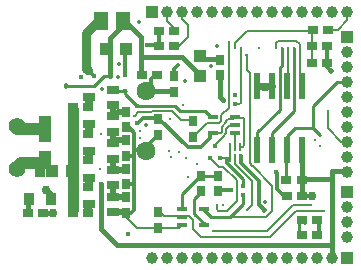
<source format=gtl>
%FSAX25Y25*%
%MOIN*%
G70*
G01*
G75*
G04 Layer_Physical_Order=1*
G04 Layer_Color=255*
%ADD10R,0.02362X0.08661*%
%ADD11R,0.03543X0.02756*%
%ADD12R,0.02756X0.03543*%
%ADD13R,0.03622X0.01575*%
%ADD14R,0.01575X0.01575*%
%ADD15R,0.05118X0.05906*%
%ADD16R,0.01575X0.01575*%
%ADD17R,0.03937X0.02756*%
%ADD18R,0.04331X0.03937*%
%ADD19R,0.03347X0.03937*%
%ADD20R,0.03347X0.03937*%
%ADD21R,0.00866X0.02756*%
%ADD22R,0.03937X0.04331*%
%ADD23R,0.03937X0.09055*%
%ADD24C,0.01000*%
%ADD25C,0.00800*%
%ADD26C,0.01200*%
%ADD27C,0.01500*%
%ADD28C,0.02400*%
%ADD29C,0.04000*%
%ADD30C,0.02000*%
%ADD31C,0.02500*%
%ADD32C,0.03543*%
%ADD33C,0.03000*%
%ADD34C,0.01400*%
%ADD35C,0.03000*%
%ADD36C,0.05500*%
%ADD37C,0.06299*%
%ADD38C,0.03937*%
%ADD39R,0.03937X0.03937*%
%ADD40R,0.03937X0.03937*%
%ADD41C,0.01500*%
%ADD42C,0.01300*%
%ADD43C,0.02000*%
%ADD44C,0.02400*%
%ADD45C,0.01400*%
%ADD46C,0.01800*%
D10*
X0329950Y0364586D02*
D03*
X0324950D02*
D03*
X0319950D02*
D03*
X0314950D02*
D03*
X0329950Y0385764D02*
D03*
X0324950D02*
D03*
X0319950D02*
D03*
X0314950D02*
D03*
D11*
X0329859Y0349200D02*
D03*
X0324741D02*
D03*
X0338559Y0404500D02*
D03*
X0333441D02*
D03*
X0282041Y0404200D02*
D03*
Y0399000D02*
D03*
X0253441Y0343600D02*
D03*
X0258559D02*
D03*
X0253441Y0352200D02*
D03*
X0258559D02*
D03*
X0253441Y0361100D02*
D03*
X0258559D02*
D03*
X0253441Y0369800D02*
D03*
X0258559D02*
D03*
X0253441Y0378700D02*
D03*
X0258559D02*
D03*
X0276441Y0389500D02*
D03*
X0281559D02*
D03*
X0287159Y0399000D02*
D03*
Y0404200D02*
D03*
X0333141Y0399300D02*
D03*
X0338259D02*
D03*
X0333141Y0393600D02*
D03*
X0338259D02*
D03*
X0238441Y0343600D02*
D03*
X0243559D02*
D03*
X0329759Y0354600D02*
D03*
X0324641D02*
D03*
X0334859Y0336000D02*
D03*
X0329741D02*
D03*
Y0341100D02*
D03*
X0334859D02*
D03*
D12*
X0296200Y0350741D02*
D03*
X0287200Y0383941D02*
D03*
Y0389059D02*
D03*
X0302400Y0394559D02*
D03*
Y0389441D02*
D03*
X0271100Y0358259D02*
D03*
Y0353141D02*
D03*
Y0348759D02*
D03*
Y0343641D02*
D03*
Y0367759D02*
D03*
Y0362641D02*
D03*
Y0377259D02*
D03*
Y0372141D02*
D03*
X0282000Y0374759D02*
D03*
Y0369641D02*
D03*
X0301800Y0355859D02*
D03*
X0296200Y0355859D02*
D03*
X0301800Y0350741D02*
D03*
X0293500Y0374059D02*
D03*
Y0368941D02*
D03*
X0282000Y0343659D02*
D03*
Y0338541D02*
D03*
D13*
X0307540Y0375359D02*
D03*
X0300060Y0370241D02*
D03*
Y0375359D02*
D03*
X0307540Y0372800D02*
D03*
Y0370241D02*
D03*
X0297240Y0339641D02*
D03*
X0289760D02*
D03*
Y0342200D02*
D03*
Y0344759D02*
D03*
X0297240D02*
D03*
D14*
X0302375Y0361831D02*
D03*
X0300800Y0365769D02*
D03*
X0271000Y0389512D02*
D03*
Y0384000D02*
D03*
X0275000Y0373600D02*
D03*
Y0379112D02*
D03*
X0299225Y0361831D02*
D03*
D15*
X0262760Y0407500D02*
D03*
X0270240D02*
D03*
D16*
X0266000Y0389000D02*
D03*
X0260488D02*
D03*
X0307469Y0382875D02*
D03*
X0303532Y0381300D02*
D03*
X0307469Y0379725D02*
D03*
X0306132Y0351000D02*
D03*
X0310068Y0352575D02*
D03*
Y0349425D02*
D03*
D17*
X0266835Y0343841D02*
D03*
Y0348959D02*
D03*
X0258765Y0346400D02*
D03*
X0266835Y0352741D02*
D03*
Y0357859D02*
D03*
X0258765Y0355300D02*
D03*
X0266835Y0361641D02*
D03*
Y0366759D02*
D03*
X0258765Y0364200D02*
D03*
X0266835Y0370541D02*
D03*
Y0375659D02*
D03*
X0258765Y0373100D02*
D03*
X0266835Y0379441D02*
D03*
Y0384559D02*
D03*
X0258765Y0382000D02*
D03*
D18*
X0253046Y0357500D02*
D03*
X0246354D02*
D03*
X0271146Y0398100D02*
D03*
X0264454D02*
D03*
D19*
X0238860Y0348076D02*
D03*
X0242600Y0357524D02*
D03*
D20*
X0246340Y0348076D02*
D03*
D21*
X0309075Y0361821D02*
D03*
X0307500D02*
D03*
X0305925D02*
D03*
Y0365580D02*
D03*
X0307500D02*
D03*
X0309075D02*
D03*
D22*
X0295700Y0395746D02*
D03*
Y0389054D02*
D03*
X0244300Y0362291D02*
D03*
D23*
Y0371346D02*
D03*
D24*
X0341400Y0387100D02*
X0344900D01*
X0333500Y0379200D02*
X0341400Y0387100D01*
X0333500Y0372100D02*
Y0379200D01*
X0333350Y0371950D02*
X0333500Y0372100D01*
X0327650Y0371950D02*
X0333350D01*
X0333450D02*
X0335800Y0369600D01*
X0327650Y0371950D02*
X0333450D01*
X0324950Y0369250D02*
X0327650Y0371950D01*
X0324950Y0364586D02*
Y0369250D01*
X0323300Y0392700D02*
Y0398600D01*
X0322400Y0391800D02*
X0323300Y0392700D01*
X0322400Y0377800D02*
Y0391800D01*
X0327331Y0377431D02*
Y0398569D01*
X0297600Y0377500D02*
X0299600Y0375500D01*
X0271000Y0383300D02*
Y0383900D01*
X0314950Y0370350D02*
X0322400Y0377800D01*
X0314950Y0364586D02*
Y0370350D01*
X0319950Y0370050D02*
X0327331Y0377431D01*
X0319950Y0364586D02*
Y0370050D01*
X0259100Y0390500D02*
X0260488Y0389112D01*
Y0389000D02*
Y0389112D01*
X0266835Y0384559D02*
X0267394Y0384000D01*
X0266835Y0384559D02*
X0267641D01*
X0267394Y0384000D02*
X0271300D01*
X0324641Y0354600D02*
Y0364277D01*
X0310068Y0352575D02*
Y0354832D01*
X0304700Y0360200D02*
X0310068Y0354832D01*
X0271000Y0383300D02*
X0275000Y0379300D01*
X0289800Y0345500D02*
Y0349900D01*
X0295859Y0355959D01*
X0301200D01*
X0293900Y0348200D02*
X0296200Y0350500D01*
X0293900Y0343200D02*
Y0348200D01*
Y0343200D02*
X0297350Y0339750D01*
X0296950Y0344750D02*
X0299400Y0342300D01*
X0310100Y0346500D02*
Y0349200D01*
X0305900Y0342300D02*
X0310100Y0346500D01*
X0299400Y0342300D02*
X0305900D01*
X0275000Y0379300D02*
X0287400D01*
X0289200Y0377500D01*
X0297600D01*
X0251100Y0385800D02*
X0260600D01*
X0263800Y0389000D02*
X0266000D01*
X0260600Y0385800D02*
X0263800Y0389000D01*
X0328841Y0336059D02*
Y0341100D01*
D25*
X0343000Y0367100D02*
X0344900D01*
X0338400Y0371700D02*
X0343000Y0367100D01*
X0338400Y0371700D02*
Y0377500D01*
X0307500Y0365580D02*
Y0370201D01*
X0302971Y0376071D02*
X0305500Y0378600D01*
X0309500Y0380300D02*
Y0398600D01*
X0325300Y0386114D02*
Y0398600D01*
X0302971Y0374116D02*
Y0376071D01*
X0302326Y0373472D02*
X0302971Y0374116D01*
X0298031Y0373472D02*
X0302326D01*
X0303129Y0372153D02*
X0304629Y0373653D01*
X0303129Y0370629D02*
Y0372153D01*
X0305945Y0372800D02*
X0307540D01*
X0304629Y0371484D02*
X0305945Y0372800D01*
X0304629Y0370008D02*
Y0371484D01*
X0293500Y0368941D02*
X0298031Y0373472D01*
X0302741Y0370241D02*
X0303129Y0370629D01*
X0303362Y0368741D02*
X0304629Y0370008D01*
X0300060Y0370241D02*
X0302741D01*
X0304629Y0373653D02*
Y0374043D01*
X0293500Y0374059D02*
X0294087Y0373472D01*
X0289604Y0374500D02*
X0294328D01*
X0304629Y0374043D02*
X0305274Y0374687D01*
X0306869D01*
X0303358Y0368741D02*
X0303362D01*
X0300800Y0366183D02*
X0303358Y0368741D01*
X0300800Y0365769D02*
Y0366183D01*
X0306869Y0374687D02*
X0307540Y0375359D01*
X0307699Y0375200D01*
X0324950Y0385764D02*
X0325300Y0386114D01*
X0278200Y0363000D02*
X0278600Y0362600D01*
X0279100Y0363200D02*
Y0363400D01*
X0307668Y0379725D02*
X0308925D01*
X0309500Y0380300D01*
X0302386Y0361821D02*
X0305925D01*
Y0365580D01*
X0307699Y0375200D02*
X0310400D01*
X0310500Y0375100D01*
X0309075Y0365580D02*
X0310080D01*
X0310500Y0366000D01*
Y0375100D01*
X0319869Y0349366D02*
Y0352631D01*
X0313345Y0359156D02*
X0319869Y0352631D01*
X0313313Y0359156D02*
X0313345D01*
X0312400Y0360069D02*
X0313313Y0359156D01*
X0307500Y0359663D02*
X0313100Y0354063D01*
X0307500Y0359663D02*
Y0361821D01*
X0338559Y0404500D02*
X0341700D01*
X0344900Y0407700D01*
Y0410500D01*
X0321200Y0398600D02*
Y0400100D01*
X0322000Y0400900D01*
X0328000D01*
X0329200Y0399700D01*
Y0386514D02*
Y0399700D01*
Y0386514D02*
X0329950Y0385764D01*
X0307400Y0398600D02*
Y0400000D01*
X0311559Y0404159D01*
X0333141D01*
X0333141Y0404159D01*
Y0393600D02*
Y0404159D01*
X0287159Y0404200D02*
Y0405241D01*
X0284900Y0407500D02*
X0287159Y0405241D01*
X0284900Y0407500D02*
Y0410500D01*
X0292000Y0402000D02*
Y0406200D01*
X0289900Y0408300D02*
X0292000Y0406200D01*
X0289900Y0408300D02*
Y0410500D01*
X0283200Y0343100D02*
X0283900Y0342400D01*
X0292155D01*
X0293500Y0341055D01*
Y0338200D02*
Y0341055D01*
Y0338200D02*
X0296100Y0335600D01*
X0270800Y0342600D02*
X0274900Y0338500D01*
X0288800D01*
X0290200Y0339900D01*
X0313100Y0346300D02*
Y0354063D01*
X0311400Y0344600D02*
X0313100Y0346300D01*
X0301400Y0344800D02*
Y0346025D01*
X0308019Y0347319D02*
Y0354345D01*
X0303634Y0358731D02*
X0308019Y0354345D01*
X0302326Y0358731D02*
X0303634D01*
X0299225Y0361831D02*
X0302326Y0358731D01*
X0301400Y0344800D02*
X0302000Y0344200D01*
X0304900D01*
X0308019Y0347319D01*
X0280166Y0377631D02*
X0286473D01*
X0289604Y0374500D01*
X0274100Y0375900D02*
X0275300Y0377100D01*
X0279636D01*
X0280166Y0377631D01*
X0287159Y0399000D02*
X0289000D01*
X0292000Y0402000D01*
X0305500Y0378600D02*
Y0400400D01*
X0311400Y0391200D02*
Y0396400D01*
Y0391200D02*
X0312400Y0390200D01*
Y0360069D02*
Y0390200D01*
X0300200Y0337600D02*
X0318100D01*
X0326700Y0346200D01*
X0332700D01*
X0296100Y0335600D02*
X0319200D01*
X0327800Y0344200D01*
X0319869Y0349366D02*
X0319900Y0349336D01*
X0327800Y0344200D02*
X0337100D01*
X0305400Y0342200D02*
X0318000D01*
X0319900Y0344100D01*
Y0349336D01*
D26*
X0338259Y0392041D02*
X0339500Y0390800D01*
X0302059Y0351000D02*
X0305700D01*
X0338259Y0393600D02*
Y0399300D01*
X0279300Y0365200D02*
Y0366800D01*
X0271100Y0362641D02*
X0273859D01*
X0271100Y0353141D02*
X0273859D01*
X0266835Y0384559D02*
X0267000D01*
X0266341D02*
X0266835D01*
X0266900Y0384800D02*
X0267400Y0385300D01*
X0266835Y0384559D02*
X0266976Y0384700D01*
X0273859Y0362641D02*
X0273900Y0362600D01*
X0274200Y0364341D02*
X0276959D01*
X0277900Y0386000D02*
X0278300D01*
X0281400Y0389100D02*
Y0389200D01*
X0279600Y0388000D02*
X0281300Y0389700D01*
X0279600Y0385300D02*
Y0388000D01*
X0281400Y0389500D02*
Y0390000D01*
X0281300Y0389200D02*
Y0390000D01*
X0302375Y0361831D02*
X0302386Y0361821D01*
X0270959Y0389553D02*
Y0398700D01*
X0321100Y0357300D02*
X0321569Y0356831D01*
X0323800Y0349200D02*
X0324741D01*
X0321569Y0351431D02*
Y0356831D01*
Y0351431D02*
X0323800Y0349200D01*
X0329859D02*
X0333200D01*
X0309600Y0360000D02*
Y0362600D01*
X0304700Y0360200D02*
Y0361400D01*
X0279300Y0366800D02*
X0281500Y0369000D01*
X0271100Y0372141D02*
X0271141Y0372100D01*
X0271100Y0343641D02*
X0272941D01*
X0273900Y0344600D01*
X0271141Y0372100D02*
X0272000D01*
X0291700Y0365400D02*
X0296200D01*
X0299300Y0368500D01*
Y0369900D01*
X0338259Y0392041D02*
Y0393600D01*
X0281800Y0375300D02*
X0291700Y0365400D01*
X0275500Y0373700D02*
X0276900Y0375100D01*
X0281800D01*
Y0375559D01*
X0273900Y0344600D02*
Y0369142D01*
X0272000Y0372100D02*
X0273350Y0370750D01*
X0273778Y0369264D02*
X0273900Y0369142D01*
X0273778Y0369264D02*
Y0370069D01*
X0273350Y0370497D02*
X0273778Y0370069D01*
X0273350Y0370497D02*
Y0370750D01*
X0287200Y0389059D02*
Y0391500D01*
X0288600Y0392900D01*
X0317200Y0344500D02*
X0317500D01*
X0317350Y0344350D02*
X0317500Y0344500D01*
X0278300Y0399600D02*
X0282141D01*
Y0404600D01*
X0315400Y0346300D02*
X0317350Y0344350D01*
X0315400Y0346300D02*
Y0354200D01*
X0309600Y0360000D02*
X0315400Y0354200D01*
D27*
X0302600Y0382231D02*
Y0389441D01*
Y0382231D02*
X0303532Y0381300D01*
X0296646Y0394800D02*
X0302359D01*
X0302600Y0394559D01*
X0339900Y0328681D02*
Y0332900D01*
X0238441Y0343600D02*
Y0347141D01*
X0244400Y0343500D02*
X0247100D01*
X0247200Y0343600D01*
X0279700Y0384000D02*
X0287000D01*
X0268100Y0332900D02*
X0339900D01*
X0262700Y0338300D02*
X0268100Y0332900D01*
X0262700Y0338300D02*
Y0353200D01*
X0329700Y0354900D02*
X0339900D01*
Y0357600D02*
X0339900Y0357600D01*
X0339900Y0332900D02*
Y0357600D01*
X0329800Y0349100D02*
Y0363700D01*
X0339900Y0357600D02*
X0344900D01*
X0345350Y0357150D01*
X0270900Y0406800D02*
X0271600D01*
X0276200Y0402200D01*
X0266000Y0401800D02*
X0270240Y0406040D01*
Y0407500D01*
X0295050Y0389250D02*
Y0390150D01*
X0289800Y0395400D02*
X0295050Y0390150D01*
X0276200Y0395400D02*
X0289800D01*
X0266000Y0389000D02*
Y0401800D01*
X0276100Y0400711D02*
X0276200Y0400811D01*
Y0402200D01*
X0276100Y0390300D02*
X0276200Y0390200D01*
X0276100Y0390300D02*
Y0400711D01*
D28*
X0314950Y0385764D02*
X0319950D01*
D29*
X0234900Y0358700D02*
X0236200Y0360000D01*
X0244200D01*
X0234900Y0371600D02*
X0243800D01*
D30*
X0244400Y0351200D02*
Y0351300D01*
Y0351200D02*
X0246600Y0349000D01*
X0244600Y0351000D02*
Y0351400D01*
X0266635Y0343800D02*
X0270700D01*
X0266835Y0375659D02*
Y0379441D01*
Y0375659D02*
X0268435Y0377259D01*
X0271100D01*
X0266835Y0366759D02*
Y0370541D01*
Y0366759D02*
X0267835Y0367759D01*
X0271100D01*
X0266835Y0357859D02*
Y0361641D01*
X0270700Y0357859D02*
X0271100Y0358259D01*
X0266835Y0357859D02*
X0270700D01*
X0266835Y0348959D02*
Y0352741D01*
X0270900Y0348959D02*
X0271100Y0348759D01*
X0266835Y0348959D02*
X0270900D01*
D31*
X0258500Y0343600D02*
Y0346400D01*
X0258600Y0355000D02*
X0258700Y0354900D01*
Y0352100D02*
Y0354900D01*
Y0361200D02*
Y0363700D01*
X0258500Y0363900D02*
X0258700Y0363700D01*
X0258800Y0370200D02*
X0259000Y0370000D01*
X0258800Y0370200D02*
Y0372700D01*
X0258700Y0379200D02*
Y0381900D01*
X0258600Y0379100D02*
X0258700Y0379200D01*
D32*
X0253500Y0344459D02*
Y0378100D01*
D33*
X0257800Y0391600D02*
X0258400Y0391000D01*
X0257800Y0403500D02*
X0261600Y0407300D01*
X0257800Y0391600D02*
Y0396000D01*
Y0403500D01*
D34*
X0335559Y0336159D02*
Y0341000D01*
D35*
X0247000Y0343600D02*
D03*
X0244500Y0351200D02*
D03*
X0257800Y0396000D02*
D03*
X0317600Y0385600D02*
D03*
X0333200Y0349200D02*
D03*
D36*
X0234800Y0358229D02*
D03*
Y0372371D02*
D03*
D37*
X0277800Y0384139D02*
D03*
Y0364061D02*
D03*
D38*
X0344900Y0410500D02*
D03*
X0339900D02*
D03*
X0334900D02*
D03*
X0329900D02*
D03*
X0324900D02*
D03*
X0319900D02*
D03*
X0314900D02*
D03*
X0309900D02*
D03*
X0304900D02*
D03*
X0299900D02*
D03*
X0294900D02*
D03*
X0289900D02*
D03*
X0284900D02*
D03*
X0339900Y0328600D02*
D03*
X0334900D02*
D03*
X0329900D02*
D03*
X0324900D02*
D03*
X0319900D02*
D03*
X0314900D02*
D03*
X0309900D02*
D03*
X0304900D02*
D03*
X0299900D02*
D03*
X0294900D02*
D03*
X0289900D02*
D03*
X0284900D02*
D03*
X0279900D02*
D03*
X0344900Y0335600D02*
D03*
Y0340600D02*
D03*
Y0345600D02*
D03*
Y0357100D02*
D03*
Y0362100D02*
D03*
Y0367100D02*
D03*
Y0372100D02*
D03*
Y0377100D02*
D03*
Y0382100D02*
D03*
Y0387100D02*
D03*
Y0392100D02*
D03*
Y0397100D02*
D03*
D39*
X0279900Y0410500D02*
D03*
X0344900Y0328600D02*
D03*
D40*
Y0350600D02*
D03*
Y0402100D02*
D03*
D41*
X0256300Y0388700D02*
D03*
X0276300Y0389500D02*
D03*
X0262700Y0353200D02*
D03*
X0297400Y0339600D02*
D03*
X0321100Y0357300D02*
D03*
X0271700Y0336400D02*
D03*
X0278300Y0399600D02*
D03*
D42*
X0269400Y0399300D02*
D03*
X0334200Y0367800D02*
D03*
X0338400Y0377500D02*
D03*
X0335700Y0369700D02*
D03*
X0307400Y0398600D02*
D03*
X0327300D02*
D03*
X0309500D02*
D03*
X0307500Y0382900D02*
D03*
X0325300Y0398600D02*
D03*
X0321200D02*
D03*
X0323300D02*
D03*
X0262600Y0358000D02*
D03*
X0262900Y0369700D02*
D03*
X0304700Y0360200D02*
D03*
X0335700Y0365700D02*
D03*
X0291300Y0361700D02*
D03*
X0288900Y0363800D02*
D03*
X0285400Y0364300D02*
D03*
X0291700Y0355400D02*
D03*
X0286300Y0362200D02*
D03*
X0294800Y0359800D02*
D03*
X0311400Y0344600D02*
D03*
X0301400Y0346100D02*
D03*
X0300200Y0337600D02*
D03*
X0303600Y0346300D02*
D03*
X0286000Y0374900D02*
D03*
X0290200Y0379500D02*
D03*
X0274000Y0375800D02*
D03*
X0275900Y0368600D02*
D03*
X0275728Y0370750D02*
D03*
X0305500Y0400400D02*
D03*
X0315500Y0398500D02*
D03*
X0311321Y0396315D02*
D03*
X0288600Y0392900D02*
D03*
X0332700Y0346200D02*
D03*
X0337100Y0344200D02*
D03*
D43*
X0339500Y0390800D02*
D03*
D44*
X0266400Y0344300D02*
D03*
D45*
X0277700Y0372800D02*
D03*
X0268500Y0388900D02*
D03*
X0290700Y0387400D02*
D03*
X0301600Y0399000D02*
D03*
X0299400Y0392500D02*
D03*
X0268900Y0393200D02*
D03*
X0263100Y0384700D02*
D03*
X0317500Y0347100D02*
D03*
X0330900Y0340300D02*
D03*
X0275500Y0407300D02*
D03*
X0335600Y0337300D02*
D03*
D46*
X0251100Y0385800D02*
D03*
X0317200Y0344500D02*
D03*
M02*

</source>
